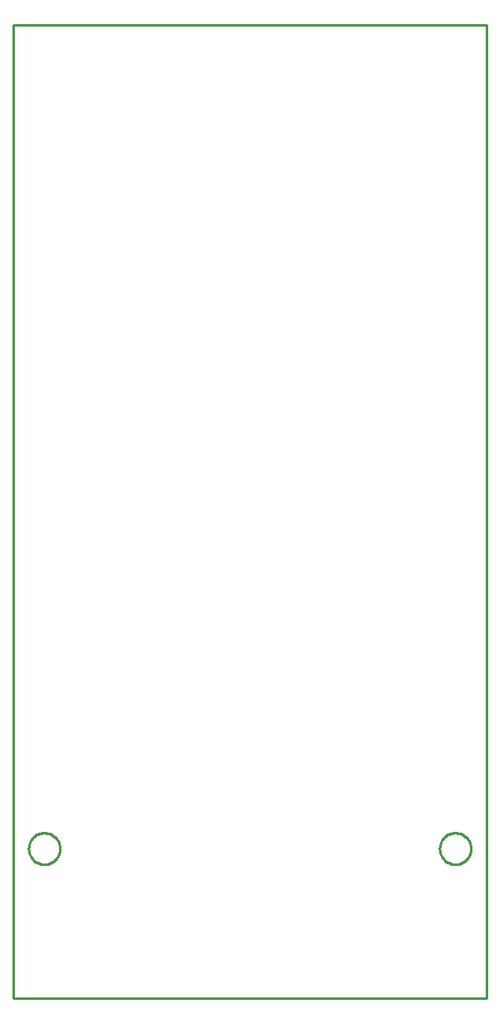
<source format=gbr>
G04 EAGLE Gerber RS-274X export*
G75*
%MOMM*%
%FSLAX34Y34*%
%LPD*%
%IN*%
%IPPOS*%
%AMOC8*
5,1,8,0,0,1.08239X$1,22.5*%
G01*
%ADD10C,0.254000*%


D10*
X0Y0D02*
X482600Y0D01*
X482600Y990600D01*
X0Y990600D01*
X0Y0D01*
X47752Y151876D02*
X47683Y150831D01*
X47547Y149792D01*
X47342Y148764D01*
X47071Y147752D01*
X46734Y146760D01*
X46333Y145792D01*
X45870Y144853D01*
X45346Y143945D01*
X44764Y143074D01*
X44126Y142243D01*
X43436Y141455D01*
X42695Y140714D01*
X41907Y140024D01*
X41076Y139386D01*
X40205Y138804D01*
X39297Y138280D01*
X38358Y137817D01*
X37390Y137416D01*
X36398Y137079D01*
X35386Y136808D01*
X34358Y136603D01*
X33319Y136467D01*
X32274Y136398D01*
X31226Y136398D01*
X30181Y136467D01*
X29142Y136603D01*
X28114Y136808D01*
X27102Y137079D01*
X26110Y137416D01*
X25142Y137817D01*
X24203Y138280D01*
X23295Y138804D01*
X22424Y139386D01*
X21593Y140024D01*
X20805Y140714D01*
X20064Y141455D01*
X19374Y142243D01*
X18736Y143074D01*
X18154Y143945D01*
X17630Y144853D01*
X17167Y145792D01*
X16766Y146760D01*
X16429Y147752D01*
X16158Y148764D01*
X15953Y149792D01*
X15817Y150831D01*
X15748Y151876D01*
X15748Y152924D01*
X15817Y153969D01*
X15953Y155008D01*
X16158Y156036D01*
X16429Y157048D01*
X16766Y158040D01*
X17167Y159008D01*
X17630Y159947D01*
X18154Y160855D01*
X18736Y161726D01*
X19374Y162557D01*
X20064Y163345D01*
X20805Y164086D01*
X21593Y164776D01*
X22424Y165414D01*
X23295Y165996D01*
X24203Y166520D01*
X25142Y166983D01*
X26110Y167384D01*
X27102Y167721D01*
X28114Y167992D01*
X29142Y168197D01*
X30181Y168333D01*
X31226Y168402D01*
X32274Y168402D01*
X33319Y168333D01*
X34358Y168197D01*
X35386Y167992D01*
X36398Y167721D01*
X37390Y167384D01*
X38358Y166983D01*
X39297Y166520D01*
X40205Y165996D01*
X41076Y165414D01*
X41907Y164776D01*
X42695Y164086D01*
X43436Y163345D01*
X44126Y162557D01*
X44764Y161726D01*
X45346Y160855D01*
X45870Y159947D01*
X46333Y159008D01*
X46734Y158040D01*
X47071Y157048D01*
X47342Y156036D01*
X47547Y155008D01*
X47683Y153969D01*
X47752Y152924D01*
X47752Y151876D01*
X466852Y151876D02*
X466783Y150831D01*
X466647Y149792D01*
X466442Y148764D01*
X466171Y147752D01*
X465834Y146760D01*
X465433Y145792D01*
X464970Y144853D01*
X464446Y143945D01*
X463864Y143074D01*
X463226Y142243D01*
X462536Y141455D01*
X461795Y140714D01*
X461007Y140024D01*
X460176Y139386D01*
X459305Y138804D01*
X458397Y138280D01*
X457458Y137817D01*
X456490Y137416D01*
X455498Y137079D01*
X454486Y136808D01*
X453458Y136603D01*
X452419Y136467D01*
X451374Y136398D01*
X450326Y136398D01*
X449281Y136467D01*
X448242Y136603D01*
X447214Y136808D01*
X446202Y137079D01*
X445210Y137416D01*
X444242Y137817D01*
X443303Y138280D01*
X442395Y138804D01*
X441524Y139386D01*
X440693Y140024D01*
X439905Y140714D01*
X439164Y141455D01*
X438474Y142243D01*
X437836Y143074D01*
X437254Y143945D01*
X436730Y144853D01*
X436267Y145792D01*
X435866Y146760D01*
X435529Y147752D01*
X435258Y148764D01*
X435053Y149792D01*
X434917Y150831D01*
X434848Y151876D01*
X434848Y152924D01*
X434917Y153969D01*
X435053Y155008D01*
X435258Y156036D01*
X435529Y157048D01*
X435866Y158040D01*
X436267Y159008D01*
X436730Y159947D01*
X437254Y160855D01*
X437836Y161726D01*
X438474Y162557D01*
X439164Y163345D01*
X439905Y164086D01*
X440693Y164776D01*
X441524Y165414D01*
X442395Y165996D01*
X443303Y166520D01*
X444242Y166983D01*
X445210Y167384D01*
X446202Y167721D01*
X447214Y167992D01*
X448242Y168197D01*
X449281Y168333D01*
X450326Y168402D01*
X451374Y168402D01*
X452419Y168333D01*
X453458Y168197D01*
X454486Y167992D01*
X455498Y167721D01*
X456490Y167384D01*
X457458Y166983D01*
X458397Y166520D01*
X459305Y165996D01*
X460176Y165414D01*
X461007Y164776D01*
X461795Y164086D01*
X462536Y163345D01*
X463226Y162557D01*
X463864Y161726D01*
X464446Y160855D01*
X464970Y159947D01*
X465433Y159008D01*
X465834Y158040D01*
X466171Y157048D01*
X466442Y156036D01*
X466647Y155008D01*
X466783Y153969D01*
X466852Y152924D01*
X466852Y151876D01*
M02*

</source>
